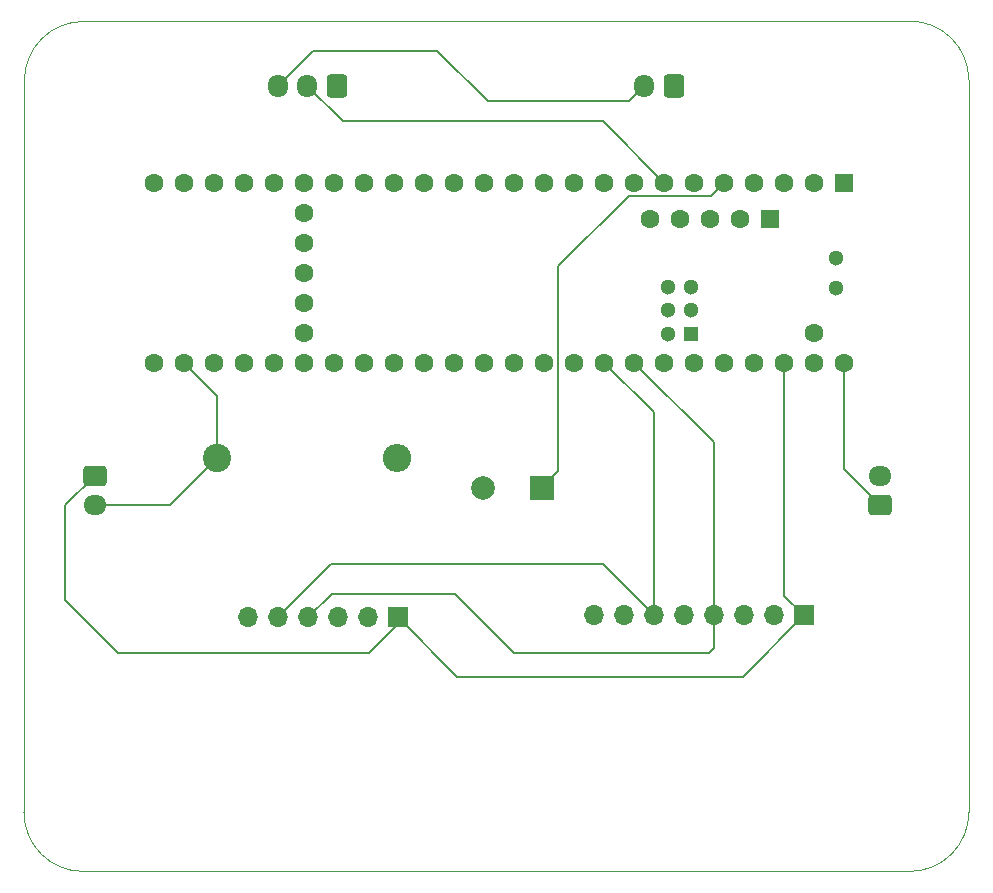
<source format=gbr>
%TF.GenerationSoftware,KiCad,Pcbnew,8.0.5*%
%TF.CreationDate,2025-01-31T12:13:52-06:00*%
%TF.ProjectId,DRAG_SUBSCALE_WIRING,44524147-5f53-4554-9253-43414c455f57,rev?*%
%TF.SameCoordinates,Original*%
%TF.FileFunction,Copper,L1,Top*%
%TF.FilePolarity,Positive*%
%FSLAX46Y46*%
G04 Gerber Fmt 4.6, Leading zero omitted, Abs format (unit mm)*
G04 Created by KiCad (PCBNEW 8.0.5) date 2025-01-31 12:13:52*
%MOMM*%
%LPD*%
G01*
G04 APERTURE LIST*
G04 Aperture macros list*
%AMRoundRect*
0 Rectangle with rounded corners*
0 $1 Rounding radius*
0 $2 $3 $4 $5 $6 $7 $8 $9 X,Y pos of 4 corners*
0 Add a 4 corners polygon primitive as box body*
4,1,4,$2,$3,$4,$5,$6,$7,$8,$9,$2,$3,0*
0 Add four circle primitives for the rounded corners*
1,1,$1+$1,$2,$3*
1,1,$1+$1,$4,$5*
1,1,$1+$1,$6,$7*
1,1,$1+$1,$8,$9*
0 Add four rect primitives between the rounded corners*
20,1,$1+$1,$2,$3,$4,$5,0*
20,1,$1+$1,$4,$5,$6,$7,0*
20,1,$1+$1,$6,$7,$8,$9,0*
20,1,$1+$1,$8,$9,$2,$3,0*%
G04 Aperture macros list end*
%TA.AperFunction,ComponentPad*%
%ADD10R,1.600000X1.600000*%
%TD*%
%TA.AperFunction,ComponentPad*%
%ADD11C,1.600000*%
%TD*%
%TA.AperFunction,ComponentPad*%
%ADD12R,1.300000X1.300000*%
%TD*%
%TA.AperFunction,ComponentPad*%
%ADD13C,1.300000*%
%TD*%
%TA.AperFunction,ComponentPad*%
%ADD14R,1.700000X1.700000*%
%TD*%
%TA.AperFunction,ComponentPad*%
%ADD15O,1.700000X1.700000*%
%TD*%
%TA.AperFunction,ComponentPad*%
%ADD16RoundRect,0.250000X0.600000X0.725000X-0.600000X0.725000X-0.600000X-0.725000X0.600000X-0.725000X0*%
%TD*%
%TA.AperFunction,ComponentPad*%
%ADD17O,1.700000X1.950000*%
%TD*%
%TA.AperFunction,ComponentPad*%
%ADD18C,2.400000*%
%TD*%
%TA.AperFunction,ComponentPad*%
%ADD19O,2.400000X2.400000*%
%TD*%
%TA.AperFunction,ComponentPad*%
%ADD20RoundRect,0.250000X0.725000X-0.600000X0.725000X0.600000X-0.725000X0.600000X-0.725000X-0.600000X0*%
%TD*%
%TA.AperFunction,ComponentPad*%
%ADD21O,1.950000X1.700000*%
%TD*%
%TA.AperFunction,ComponentPad*%
%ADD22R,2.000000X2.000000*%
%TD*%
%TA.AperFunction,ComponentPad*%
%ADD23C,2.000000*%
%TD*%
%TA.AperFunction,ComponentPad*%
%ADD24RoundRect,0.250000X-0.725000X0.600000X-0.725000X-0.600000X0.725000X-0.600000X0.725000X0.600000X0*%
%TD*%
%TA.AperFunction,Conductor*%
%ADD25C,0.200000*%
%TD*%
%TA.AperFunction,Profile*%
%ADD26C,0.050000*%
%TD*%
G04 APERTURE END LIST*
D10*
%TO.P,U1,1,GND*%
%TO.N,GND*%
X206470000Y-77198400D03*
D11*
%TO.P,U1,2,0_RX1_CRX2_CS1*%
%TO.N,unconnected-(U1-0_RX1_CRX2_CS1-Pad2)*%
X203930000Y-77198400D03*
%TO.P,U1,3,1_TX1_CTX2_MISO1*%
%TO.N,unconnected-(U1-1_TX1_CTX2_MISO1-Pad3)*%
X201390000Y-77198400D03*
%TO.P,U1,4,2_OUT2*%
%TO.N,unconnected-(U1-2_OUT2-Pad4)*%
X198850000Y-77198400D03*
%TO.P,U1,5,3_LRCLK2*%
%TO.N,Net-(BZ1-+)*%
X196310000Y-77198400D03*
%TO.P,U1,6,4_BCLK2*%
%TO.N,unconnected-(U1-4_BCLK2-Pad6)*%
X193770000Y-77198400D03*
%TO.P,U1,7,5_IN2*%
%TO.N,SERVO_PMW*%
X191230000Y-77198400D03*
%TO.P,U1,8,6_OUT1D*%
%TO.N,unconnected-(U1-6_OUT1D-Pad8)*%
X188690000Y-77198400D03*
%TO.P,U1,9,7_RX2_OUT1A*%
%TO.N,unconnected-(U1-7_RX2_OUT1A-Pad9)*%
X186150000Y-77198400D03*
%TO.P,U1,10,8_TX2_IN1*%
%TO.N,unconnected-(U1-8_TX2_IN1-Pad10)*%
X183610000Y-77198400D03*
%TO.P,U1,11,9_OUT1C*%
%TO.N,unconnected-(U1-9_OUT1C-Pad11)*%
X181070000Y-77198400D03*
%TO.P,U1,12,10_CS_MQSR*%
%TO.N,unconnected-(U1-10_CS_MQSR-Pad12)*%
X178530000Y-77198400D03*
%TO.P,U1,13,11_MOSI_CTX1*%
%TO.N,unconnected-(U1-11_MOSI_CTX1-Pad13)*%
X175990000Y-77198400D03*
%TO.P,U1,14,12_MISO_MQSL*%
%TO.N,unconnected-(U1-12_MISO_MQSL-Pad14)*%
X173450000Y-77198400D03*
%TO.P,U1,15,3V3*%
%TO.N,unconnected-(U1-3V3-Pad15)*%
X170910000Y-77198400D03*
%TO.P,U1,16,24_A10_TX6_SCL2*%
%TO.N,unconnected-(U1-24_A10_TX6_SCL2-Pad16)*%
X168370000Y-77198400D03*
%TO.P,U1,17,25_A11_RX6_SDA2*%
%TO.N,unconnected-(U1-25_A11_RX6_SDA2-Pad17)*%
X165830000Y-77198400D03*
%TO.P,U1,18,26_A12_MOSI1*%
%TO.N,unconnected-(U1-26_A12_MOSI1-Pad18)*%
X163290000Y-77198400D03*
%TO.P,U1,19,27_A13_SCK1*%
%TO.N,unconnected-(U1-27_A13_SCK1-Pad19)*%
X160750000Y-77198400D03*
%TO.P,U1,20,28_RX7*%
%TO.N,unconnected-(U1-28_RX7-Pad20)*%
X158210000Y-77198400D03*
%TO.P,U1,21,29_TX7*%
%TO.N,unconnected-(U1-29_TX7-Pad21)*%
X155670000Y-77198400D03*
%TO.P,U1,22,30_CRX3*%
%TO.N,unconnected-(U1-30_CRX3-Pad22)*%
X153130000Y-77198400D03*
%TO.P,U1,23,31_CTX3*%
%TO.N,unconnected-(U1-31_CTX3-Pad23)*%
X150590000Y-77198400D03*
%TO.P,U1,24,32_OUT1B*%
%TO.N,unconnected-(U1-32_OUT1B-Pad24)*%
X148050000Y-77198400D03*
%TO.P,U1,25,33_MCLK2*%
%TO.N,unconnected-(U1-33_MCLK2-Pad25)*%
X148050000Y-92438400D03*
%TO.P,U1,26,34_RX8*%
%TO.N,Net-(J3-Pin_2)*%
X150590000Y-92438400D03*
%TO.P,U1,27,35_TX8*%
%TO.N,unconnected-(U1-35_TX8-Pad27)*%
X153130000Y-92438400D03*
%TO.P,U1,28,36_CS*%
%TO.N,unconnected-(U1-36_CS-Pad28)*%
X155670000Y-92438400D03*
%TO.P,U1,29,37_CS*%
%TO.N,unconnected-(U1-37_CS-Pad29)*%
X158210000Y-92438400D03*
%TO.P,U1,30,38_CS1_IN1*%
%TO.N,unconnected-(U1-38_CS1_IN1-Pad30)*%
X160750000Y-92438400D03*
%TO.P,U1,31,39_MISO1_OUT1A*%
%TO.N,unconnected-(U1-39_MISO1_OUT1A-Pad31)*%
X163290000Y-92438400D03*
%TO.P,U1,32,40_A16*%
%TO.N,unconnected-(U1-40_A16-Pad32)*%
X165830000Y-92438400D03*
%TO.P,U1,33,41_A17*%
%TO.N,unconnected-(U1-41_A17-Pad33)*%
X168370000Y-92438400D03*
%TO.P,U1,34,GND*%
%TO.N,unconnected-(U1-GND-Pad34)*%
X170910000Y-92438400D03*
%TO.P,U1,35,13_SCK_LED*%
%TO.N,unconnected-(U1-13_SCK_LED-Pad35)*%
X173450000Y-92438400D03*
%TO.P,U1,36,14_A0_TX3_SPDIF_OUT*%
%TO.N,unconnected-(U1-14_A0_TX3_SPDIF_OUT-Pad36)*%
X175990000Y-92438400D03*
%TO.P,U1,37,15_A1_RX3_SPDIF_IN*%
%TO.N,unconnected-(U1-15_A1_RX3_SPDIF_IN-Pad37)*%
X178530000Y-92438400D03*
%TO.P,U1,38,16_A2_RX4_SCL1*%
%TO.N,unconnected-(U1-16_A2_RX4_SCL1-Pad38)*%
X181070000Y-92438400D03*
%TO.P,U1,39,17_A3_TX4_SDA1*%
%TO.N,unconnected-(U1-17_A3_TX4_SDA1-Pad39)*%
X183610000Y-92438400D03*
%TO.P,U1,40,18_A4_SDA*%
%TO.N,SDA*%
X186150000Y-92438400D03*
%TO.P,U1,41,19_A5_SCL*%
%TO.N,SCL*%
X188690000Y-92438400D03*
%TO.P,U1,42,20_A6_TX5_LRCLK1*%
%TO.N,unconnected-(U1-20_A6_TX5_LRCLK1-Pad42)*%
X191230000Y-92438400D03*
%TO.P,U1,43,21_A7_RX5_BCLK1*%
%TO.N,unconnected-(U1-21_A7_RX5_BCLK1-Pad43)*%
X193770000Y-92438400D03*
%TO.P,U1,44,22_A8_CTX1*%
%TO.N,unconnected-(U1-22_A8_CTX1-Pad44)*%
X196310000Y-92438400D03*
%TO.P,U1,45,23_A9_CRX1_MCLK1*%
%TO.N,unconnected-(U1-23_A9_CRX1_MCLK1-Pad45)*%
X198850000Y-92438400D03*
%TO.P,U1,46,3V3*%
%TO.N,3v3*%
X201390000Y-92438400D03*
%TO.P,U1,47,GND*%
%TO.N,GND*%
X203930000Y-92438400D03*
%TO.P,U1,48,VIN*%
%TO.N,Net-(J1-Pin_1)*%
X206470000Y-92438400D03*
%TO.P,U1,49,VUSB*%
%TO.N,unconnected-(U1-VUSB-Pad49)*%
X203930000Y-89898400D03*
%TO.P,U1,50,VBAT*%
%TO.N,unconnected-(U1-VBAT-Pad50)*%
X160750000Y-79738400D03*
%TO.P,U1,51,3V3*%
%TO.N,unconnected-(U1-3V3-Pad51)*%
X160750000Y-82278400D03*
%TO.P,U1,52,GND*%
%TO.N,unconnected-(U1-GND-Pad52)*%
X160750000Y-84818400D03*
%TO.P,U1,53,PROGRAM*%
%TO.N,unconnected-(U1-PROGRAM-Pad53)*%
X160750000Y-87358400D03*
%TO.P,U1,54,ON_OFF*%
%TO.N,unconnected-(U1-ON_OFF-Pad54)*%
X160750000Y-89898400D03*
D10*
%TO.P,U1,55,5V*%
%TO.N,unconnected-(U1-5V-Pad55)*%
X200170800Y-80249200D03*
D11*
%TO.P,U1,56,D-*%
%TO.N,unconnected-(U1-D--Pad56)*%
X197630800Y-80249200D03*
%TO.P,U1,57,D+*%
%TO.N,unconnected-(U1-D+-Pad57)*%
X195090800Y-80249200D03*
%TO.P,U1,58,GND*%
%TO.N,unconnected-(U1-GND-Pad58)*%
X192550800Y-80249200D03*
%TO.P,U1,59,GND*%
%TO.N,unconnected-(U1-GND-Pad59)*%
X190010800Y-80249200D03*
D12*
%TO.P,U1,60,R+*%
%TO.N,unconnected-(U1-R+-Pad60)*%
X193500000Y-90000000D03*
D13*
%TO.P,U1,61,LED*%
%TO.N,unconnected-(U1-LED-Pad61)*%
X193500000Y-88000000D03*
%TO.P,U1,62,T-*%
%TO.N,unconnected-(U1-T--Pad62)*%
X193500000Y-86000000D03*
%TO.P,U1,63,T+*%
%TO.N,unconnected-(U1-T+-Pad63)*%
X191500000Y-86000000D03*
%TO.P,U1,64,GND*%
%TO.N,unconnected-(U1-GND-Pad64)*%
X191500000Y-88000000D03*
%TO.P,U1,65,R-*%
%TO.N,unconnected-(U1-R--Pad65)*%
X191500000Y-90000000D03*
%TO.P,U1,66,D-*%
%TO.N,unconnected-(U1-D--Pad66)*%
X205740000Y-86088400D03*
%TO.P,U1,67,D+*%
%TO.N,unconnected-(U1-D+-Pad67)*%
X205740000Y-83548400D03*
%TD*%
D14*
%TO.P,BNO_055,1,Vin*%
%TO.N,3v3*%
X168700000Y-114000000D03*
D15*
%TO.P,BNO_055,2,3V*%
%TO.N,unconnected-(BNO_055-3V-Pad2)*%
X166160000Y-114000000D03*
%TO.P,BNO_055,3,GND*%
%TO.N,GND*%
X163620000Y-114000000D03*
%TO.P,BNO_055,4,SCL*%
%TO.N,SCL*%
X161080000Y-114000000D03*
%TO.P,BNO_055,5,SDA*%
%TO.N,SDA*%
X158540000Y-114000000D03*
%TO.P,BNO_055,6,RST*%
%TO.N,unconnected-(BNO_055-RST-Pad6)*%
X156000000Y-114000000D03*
%TD*%
D16*
%TO.P,J2,1,Pin_1*%
%TO.N,GND*%
X192000000Y-69000000D03*
D17*
%TO.P,J2,2,Pin_2*%
%TO.N,SERVO_POWER*%
X189500000Y-69000000D03*
%TD*%
D18*
%TO.P,R1,1*%
%TO.N,Net-(J3-Pin_2)*%
X153380000Y-100500000D03*
D19*
%TO.P,R1,2*%
%TO.N,GND*%
X168620000Y-100500000D03*
%TD*%
D14*
%TO.P,BMP_390,1,Vin*%
%TO.N,3v3*%
X203050000Y-113800000D03*
D15*
%TO.P,BMP_390,2,3V*%
%TO.N,unconnected-(BMP_390-3V-Pad2)*%
X200510000Y-113800000D03*
%TO.P,BMP_390,3,GND*%
%TO.N,GND*%
X197970000Y-113800000D03*
%TO.P,BMP_390,4,SCL*%
%TO.N,SCL*%
X195430000Y-113800000D03*
%TO.P,BMP_390,5,SDO*%
%TO.N,unconnected-(BMP_390-SDO-Pad5)*%
X192890000Y-113800000D03*
%TO.P,BMP_390,6,SDA*%
%TO.N,SDA*%
X190350000Y-113800000D03*
%TO.P,BMP_390,7,CS*%
%TO.N,unconnected-(BMP_390-CS-Pad7)*%
X187810000Y-113800000D03*
%TO.P,BMP_390,8,INT*%
%TO.N,unconnected-(BMP_390-INT-Pad8)*%
X185270000Y-113800000D03*
%TD*%
D16*
%TO.P,J4,1,Pin_1*%
%TO.N,GND*%
X163500000Y-69000000D03*
D17*
%TO.P,J4,2,Pin_2*%
%TO.N,SERVO_PMW*%
X161000000Y-69000000D03*
%TO.P,J4,3,Pin_3*%
%TO.N,SERVO_POWER*%
X158500000Y-69000000D03*
%TD*%
D20*
%TO.P,J1,1,Pin_1*%
%TO.N,Net-(J1-Pin_1)*%
X209500000Y-104500000D03*
D21*
%TO.P,J1,2,Pin_2*%
%TO.N,GND*%
X209500000Y-102000000D03*
%TD*%
D22*
%TO.P,BZ1,1,+*%
%TO.N,Net-(BZ1-+)*%
X180870785Y-103000000D03*
D23*
%TO.P,BZ1,2,-*%
%TO.N,GND*%
X175870785Y-103000000D03*
%TD*%
D24*
%TO.P,J3,1,Pin_1*%
%TO.N,3v3*%
X143000000Y-102000000D03*
D21*
%TO.P,J3,2,Pin_2*%
%TO.N,Net-(J3-Pin_2)*%
X143000000Y-104500000D03*
%TD*%
D25*
%TO.N,SCL*%
X195430000Y-113800000D02*
X195430000Y-99178400D01*
X195430000Y-116570000D02*
X195000000Y-117000000D01*
X163080000Y-112000000D02*
X161080000Y-114000000D01*
X195430000Y-99178400D02*
X188690000Y-92438400D01*
X195430000Y-113800000D02*
X195430000Y-116570000D01*
X178500000Y-117000000D02*
X173500000Y-112000000D01*
X173500000Y-112000000D02*
X163080000Y-112000000D01*
X195000000Y-117000000D02*
X178500000Y-117000000D01*
%TO.N,3v3*%
X168700000Y-114510000D02*
X168700000Y-114000000D01*
X168700000Y-114000000D02*
X173700000Y-119000000D01*
X173700000Y-119000000D02*
X197850000Y-119000000D01*
X140500000Y-112500000D02*
X145000000Y-117000000D01*
X140500000Y-104500000D02*
X140500000Y-112500000D01*
X201390000Y-112140000D02*
X203050000Y-113800000D01*
X201390000Y-92438400D02*
X201390000Y-112140000D01*
X197850000Y-119000000D02*
X203050000Y-113800000D01*
X145000000Y-117000000D02*
X166210000Y-117000000D01*
X143000000Y-102000000D02*
X140500000Y-104500000D01*
X166210000Y-117000000D02*
X168700000Y-114510000D01*
%TO.N,SDA*%
X190350000Y-113800000D02*
X190350000Y-96638400D01*
X163040000Y-109500000D02*
X158540000Y-114000000D01*
X186050000Y-109500000D02*
X163040000Y-109500000D01*
X190350000Y-96638400D02*
X186150000Y-92438400D01*
X190350000Y-113800000D02*
X186050000Y-109500000D01*
%TO.N,Net-(BZ1-+)*%
X188201600Y-78298400D02*
X195210000Y-78298400D01*
X195210000Y-78298400D02*
X196310000Y-77198400D01*
X182245000Y-101625785D02*
X182245000Y-84255000D01*
X182245000Y-84255000D02*
X188201600Y-78298400D01*
X180870785Y-103000000D02*
X182245000Y-101625785D01*
%TO.N,Net-(J1-Pin_1)*%
X209500000Y-104500000D02*
X206470000Y-101470000D01*
X206470000Y-101470000D02*
X206470000Y-92438400D01*
%TO.N,Net-(J3-Pin_2)*%
X143000000Y-104500000D02*
X149380000Y-104500000D01*
X149380000Y-104500000D02*
X153380000Y-100500000D01*
X153380000Y-95228400D02*
X150590000Y-92438400D01*
X153380000Y-100500000D02*
X153380000Y-95228400D01*
%TO.N,SERVO_POWER*%
X189500000Y-69000000D02*
X188225000Y-70275000D01*
X172000000Y-66000000D02*
X161500000Y-66000000D01*
X161500000Y-66000000D02*
X158500000Y-69000000D01*
X188225000Y-70275000D02*
X176275000Y-70275000D01*
X176275000Y-70275000D02*
X172000000Y-66000000D01*
%TO.N,SERVO_PMW*%
X186031600Y-72000000D02*
X191230000Y-77198400D01*
X164000000Y-72000000D02*
X186031600Y-72000000D01*
X161000000Y-69000000D02*
X164000000Y-72000000D01*
%TD*%
D26*
X137000000Y-130500000D02*
X137035534Y-68535534D01*
X217000000Y-130500000D02*
G75*
G02*
X212000000Y-135500000I-5000000J0D01*
G01*
X212000000Y-135500000D02*
X142000000Y-135500000D01*
X142000000Y-135500000D02*
G75*
G02*
X137000000Y-130500000I0J5000000D01*
G01*
X142035534Y-63535534D02*
X212000000Y-63500000D01*
X217000000Y-68500000D02*
X217000000Y-130500000D01*
X137035534Y-68535534D02*
G75*
G02*
X142035534Y-63535534I4999966J34D01*
G01*
X212000000Y-63500000D02*
G75*
G02*
X217000000Y-68500000I0J-5000000D01*
G01*
M02*

</source>
